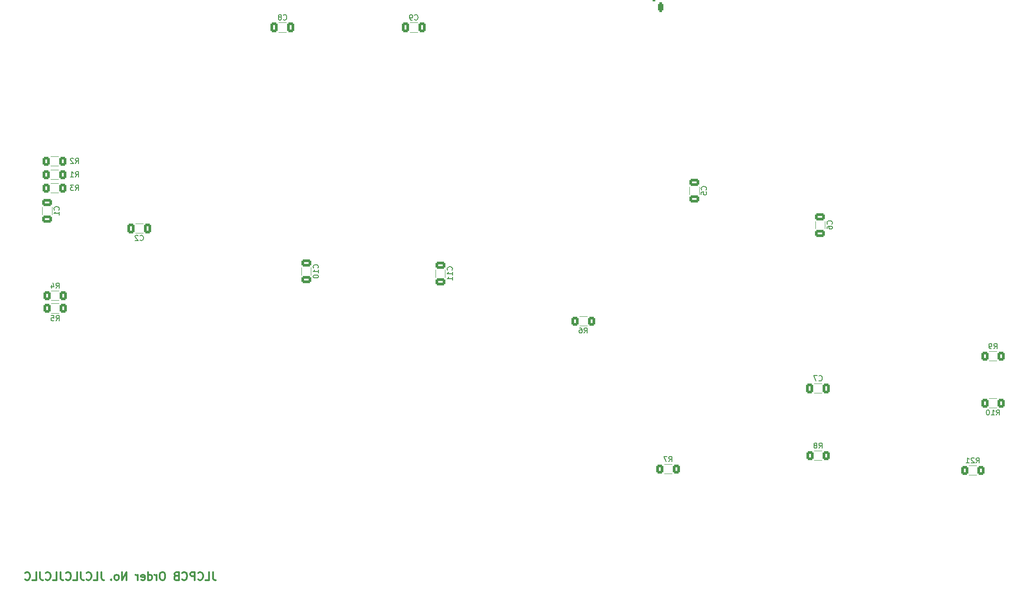
<source format=gbo>
%TF.GenerationSoftware,KiCad,Pcbnew,6.0.1+dfsg-1~bpo11+1*%
%TF.CreationDate,2022-02-25T05:17:48-06:00*%
%TF.ProjectId,raven68k-rev1,72617665-6e36-4386-9b2d-726576312e6b,rev?*%
%TF.SameCoordinates,Original*%
%TF.FileFunction,Legend,Bot*%
%TF.FilePolarity,Positive*%
%FSLAX46Y46*%
G04 Gerber Fmt 4.6, Leading zero omitted, Abs format (unit mm)*
G04 Created by KiCad (PCBNEW 6.0.1+dfsg-1~bpo11+1) date 2022-02-25 05:17:48*
%MOMM*%
%LPD*%
G01*
G04 APERTURE LIST*
G04 Aperture macros list*
%AMRoundRect*
0 Rectangle with rounded corners*
0 $1 Rounding radius*
0 $2 $3 $4 $5 $6 $7 $8 $9 X,Y pos of 4 corners*
0 Add a 4 corners polygon primitive as box body*
4,1,4,$2,$3,$4,$5,$6,$7,$8,$9,$2,$3,0*
0 Add four circle primitives for the rounded corners*
1,1,$1+$1,$2,$3*
1,1,$1+$1,$4,$5*
1,1,$1+$1,$6,$7*
1,1,$1+$1,$8,$9*
0 Add four rect primitives between the rounded corners*
20,1,$1+$1,$2,$3,$4,$5,0*
20,1,$1+$1,$4,$5,$6,$7,0*
20,1,$1+$1,$6,$7,$8,$9,0*
20,1,$1+$1,$8,$9,$2,$3,0*%
G04 Aperture macros list end*
%ADD10C,0.300000*%
%ADD11C,0.150000*%
%ADD12C,0.120000*%
%ADD13R,1.700000X1.700000*%
%ADD14O,1.700000X1.700000*%
%ADD15R,2.400000X1.600000*%
%ADD16O,2.400000X1.600000*%
%ADD17R,2.500000X2.500000*%
%ADD18C,2.500000*%
%ADD19R,1.500000X1.500000*%
%ADD20C,1.500000*%
%ADD21R,1.800000X1.800000*%
%ADD22C,1.800000*%
%ADD23C,4.000000*%
%ADD24C,5.340000*%
%ADD25C,4.575000*%
%ADD26R,1.100000X1.800000*%
%ADD27RoundRect,0.275000X-0.275000X-0.625000X0.275000X-0.625000X0.275000X0.625000X-0.275000X0.625000X0*%
%ADD28RoundRect,0.250000X0.650000X-0.412500X0.650000X0.412500X-0.650000X0.412500X-0.650000X-0.412500X0*%
%ADD29RoundRect,0.250000X-0.412500X-0.650000X0.412500X-0.650000X0.412500X0.650000X-0.412500X0.650000X0*%
%ADD30RoundRect,0.250000X0.412500X0.650000X-0.412500X0.650000X-0.412500X-0.650000X0.412500X-0.650000X0*%
%ADD31RoundRect,0.250000X0.400000X0.625000X-0.400000X0.625000X-0.400000X-0.625000X0.400000X-0.625000X0*%
%ADD32RoundRect,0.250000X-0.400000X-0.625000X0.400000X-0.625000X0.400000X0.625000X-0.400000X0.625000X0*%
G04 APERTURE END LIST*
D10*
X80576285Y-149038571D02*
X80576285Y-150110000D01*
X80647714Y-150324285D01*
X80790571Y-150467142D01*
X81004857Y-150538571D01*
X81147714Y-150538571D01*
X79147714Y-150538571D02*
X79862000Y-150538571D01*
X79862000Y-149038571D01*
X77790571Y-150395714D02*
X77862000Y-150467142D01*
X78076285Y-150538571D01*
X78219142Y-150538571D01*
X78433428Y-150467142D01*
X78576285Y-150324285D01*
X78647714Y-150181428D01*
X78719142Y-149895714D01*
X78719142Y-149681428D01*
X78647714Y-149395714D01*
X78576285Y-149252857D01*
X78433428Y-149110000D01*
X78219142Y-149038571D01*
X78076285Y-149038571D01*
X77862000Y-149110000D01*
X77790571Y-149181428D01*
X77147714Y-150538571D02*
X77147714Y-149038571D01*
X76576285Y-149038571D01*
X76433428Y-149110000D01*
X76362000Y-149181428D01*
X76290571Y-149324285D01*
X76290571Y-149538571D01*
X76362000Y-149681428D01*
X76433428Y-149752857D01*
X76576285Y-149824285D01*
X77147714Y-149824285D01*
X74790571Y-150395714D02*
X74862000Y-150467142D01*
X75076285Y-150538571D01*
X75219142Y-150538571D01*
X75433428Y-150467142D01*
X75576285Y-150324285D01*
X75647714Y-150181428D01*
X75719142Y-149895714D01*
X75719142Y-149681428D01*
X75647714Y-149395714D01*
X75576285Y-149252857D01*
X75433428Y-149110000D01*
X75219142Y-149038571D01*
X75076285Y-149038571D01*
X74862000Y-149110000D01*
X74790571Y-149181428D01*
X73647714Y-149752857D02*
X73433428Y-149824285D01*
X73362000Y-149895714D01*
X73290571Y-150038571D01*
X73290571Y-150252857D01*
X73362000Y-150395714D01*
X73433428Y-150467142D01*
X73576285Y-150538571D01*
X74147714Y-150538571D01*
X74147714Y-149038571D01*
X73647714Y-149038571D01*
X73504857Y-149110000D01*
X73433428Y-149181428D01*
X73362000Y-149324285D01*
X73362000Y-149467142D01*
X73433428Y-149610000D01*
X73504857Y-149681428D01*
X73647714Y-149752857D01*
X74147714Y-149752857D01*
X71219142Y-149038571D02*
X70933428Y-149038571D01*
X70790571Y-149110000D01*
X70647714Y-149252857D01*
X70576285Y-149538571D01*
X70576285Y-150038571D01*
X70647714Y-150324285D01*
X70790571Y-150467142D01*
X70933428Y-150538571D01*
X71219142Y-150538571D01*
X71362000Y-150467142D01*
X71504857Y-150324285D01*
X71576285Y-150038571D01*
X71576285Y-149538571D01*
X71504857Y-149252857D01*
X71362000Y-149110000D01*
X71219142Y-149038571D01*
X69933428Y-150538571D02*
X69933428Y-149538571D01*
X69933428Y-149824285D02*
X69862000Y-149681428D01*
X69790571Y-149610000D01*
X69647714Y-149538571D01*
X69504857Y-149538571D01*
X68362000Y-150538571D02*
X68362000Y-149038571D01*
X68362000Y-150467142D02*
X68504857Y-150538571D01*
X68790571Y-150538571D01*
X68933428Y-150467142D01*
X69004857Y-150395714D01*
X69076285Y-150252857D01*
X69076285Y-149824285D01*
X69004857Y-149681428D01*
X68933428Y-149610000D01*
X68790571Y-149538571D01*
X68504857Y-149538571D01*
X68362000Y-149610000D01*
X67076285Y-150467142D02*
X67219142Y-150538571D01*
X67504857Y-150538571D01*
X67647714Y-150467142D01*
X67719142Y-150324285D01*
X67719142Y-149752857D01*
X67647714Y-149610000D01*
X67504857Y-149538571D01*
X67219142Y-149538571D01*
X67076285Y-149610000D01*
X67004857Y-149752857D01*
X67004857Y-149895714D01*
X67719142Y-150038571D01*
X66362000Y-150538571D02*
X66362000Y-149538571D01*
X66362000Y-149824285D02*
X66290571Y-149681428D01*
X66219142Y-149610000D01*
X66076285Y-149538571D01*
X65933428Y-149538571D01*
X64290571Y-150538571D02*
X64290571Y-149038571D01*
X63433428Y-150538571D01*
X63433428Y-149038571D01*
X62504857Y-150538571D02*
X62647714Y-150467142D01*
X62719142Y-150395714D01*
X62790571Y-150252857D01*
X62790571Y-149824285D01*
X62719142Y-149681428D01*
X62647714Y-149610000D01*
X62504857Y-149538571D01*
X62290571Y-149538571D01*
X62147714Y-149610000D01*
X62076285Y-149681428D01*
X62004857Y-149824285D01*
X62004857Y-150252857D01*
X62076285Y-150395714D01*
X62147714Y-150467142D01*
X62290571Y-150538571D01*
X62504857Y-150538571D01*
X61362000Y-150395714D02*
X61290571Y-150467142D01*
X61362000Y-150538571D01*
X61433428Y-150467142D01*
X61362000Y-150395714D01*
X61362000Y-150538571D01*
X59506571Y-149038571D02*
X59506571Y-150110000D01*
X59578000Y-150324285D01*
X59720857Y-150467142D01*
X59935142Y-150538571D01*
X60078000Y-150538571D01*
X58078000Y-150538571D02*
X58792285Y-150538571D01*
X58792285Y-149038571D01*
X56720857Y-150395714D02*
X56792285Y-150467142D01*
X57006571Y-150538571D01*
X57149428Y-150538571D01*
X57363714Y-150467142D01*
X57506571Y-150324285D01*
X57578000Y-150181428D01*
X57649428Y-149895714D01*
X57649428Y-149681428D01*
X57578000Y-149395714D01*
X57506571Y-149252857D01*
X57363714Y-149110000D01*
X57149428Y-149038571D01*
X57006571Y-149038571D01*
X56792285Y-149110000D01*
X56720857Y-149181428D01*
X55649428Y-149038571D02*
X55649428Y-150110000D01*
X55720857Y-150324285D01*
X55863714Y-150467142D01*
X56078000Y-150538571D01*
X56220857Y-150538571D01*
X54220857Y-150538571D02*
X54935142Y-150538571D01*
X54935142Y-149038571D01*
X52863714Y-150395714D02*
X52935142Y-150467142D01*
X53149428Y-150538571D01*
X53292285Y-150538571D01*
X53506571Y-150467142D01*
X53649428Y-150324285D01*
X53720857Y-150181428D01*
X53792285Y-149895714D01*
X53792285Y-149681428D01*
X53720857Y-149395714D01*
X53649428Y-149252857D01*
X53506571Y-149110000D01*
X53292285Y-149038571D01*
X53149428Y-149038571D01*
X52935142Y-149110000D01*
X52863714Y-149181428D01*
X51792285Y-149038571D02*
X51792285Y-150110000D01*
X51863714Y-150324285D01*
X52006571Y-150467142D01*
X52220857Y-150538571D01*
X52363714Y-150538571D01*
X50363714Y-150538571D02*
X51077999Y-150538571D01*
X51077999Y-149038571D01*
X49006571Y-150395714D02*
X49077999Y-150467142D01*
X49292285Y-150538571D01*
X49435142Y-150538571D01*
X49649428Y-150467142D01*
X49792285Y-150324285D01*
X49863714Y-150181428D01*
X49935142Y-149895714D01*
X49935142Y-149681428D01*
X49863714Y-149395714D01*
X49792285Y-149252857D01*
X49649428Y-149110000D01*
X49435142Y-149038571D01*
X49292285Y-149038571D01*
X49077999Y-149110000D01*
X49006571Y-149181428D01*
X47935142Y-149038571D02*
X47935142Y-150110000D01*
X48006571Y-150324285D01*
X48149428Y-150467142D01*
X48363714Y-150538571D01*
X48506571Y-150538571D01*
X46506571Y-150538571D02*
X47220857Y-150538571D01*
X47220857Y-149038571D01*
X45149428Y-150395714D02*
X45220857Y-150467142D01*
X45435142Y-150538571D01*
X45577999Y-150538571D01*
X45792285Y-150467142D01*
X45935142Y-150324285D01*
X46006571Y-150181428D01*
X46077999Y-149895714D01*
X46077999Y-149681428D01*
X46006571Y-149395714D01*
X45935142Y-149252857D01*
X45792285Y-149110000D01*
X45577999Y-149038571D01*
X45435142Y-149038571D01*
X45220857Y-149110000D01*
X45149428Y-149181428D01*
D11*
%TO.C,C1*%
X51483142Y-80605333D02*
X51530761Y-80557714D01*
X51578380Y-80414857D01*
X51578380Y-80319619D01*
X51530761Y-80176761D01*
X51435523Y-80081523D01*
X51340285Y-80033904D01*
X51149809Y-79986285D01*
X51006952Y-79986285D01*
X50816476Y-80033904D01*
X50721238Y-80081523D01*
X50626000Y-80176761D01*
X50578380Y-80319619D01*
X50578380Y-80414857D01*
X50626000Y-80557714D01*
X50673619Y-80605333D01*
X51578380Y-81557714D02*
X51578380Y-80986285D01*
X51578380Y-81272000D02*
X50578380Y-81272000D01*
X50721238Y-81176761D01*
X50816476Y-81081523D01*
X50864095Y-80986285D01*
%TO.C,C2*%
X66841666Y-86281142D02*
X66889285Y-86328761D01*
X67032142Y-86376380D01*
X67127380Y-86376380D01*
X67270238Y-86328761D01*
X67365476Y-86233523D01*
X67413095Y-86138285D01*
X67460714Y-85947809D01*
X67460714Y-85804952D01*
X67413095Y-85614476D01*
X67365476Y-85519238D01*
X67270238Y-85424000D01*
X67127380Y-85376380D01*
X67032142Y-85376380D01*
X66889285Y-85424000D01*
X66841666Y-85471619D01*
X66460714Y-85471619D02*
X66413095Y-85424000D01*
X66317857Y-85376380D01*
X66079761Y-85376380D01*
X65984523Y-85424000D01*
X65936904Y-85471619D01*
X65889285Y-85566857D01*
X65889285Y-85662095D01*
X65936904Y-85804952D01*
X66508333Y-86376380D01*
X65889285Y-86376380D01*
%TO.C,C5*%
X173657142Y-76795333D02*
X173704761Y-76747714D01*
X173752380Y-76604857D01*
X173752380Y-76509619D01*
X173704761Y-76366761D01*
X173609523Y-76271523D01*
X173514285Y-76223904D01*
X173323809Y-76176285D01*
X173180952Y-76176285D01*
X172990476Y-76223904D01*
X172895238Y-76271523D01*
X172800000Y-76366761D01*
X172752380Y-76509619D01*
X172752380Y-76604857D01*
X172800000Y-76747714D01*
X172847619Y-76795333D01*
X172752380Y-77700095D02*
X172752380Y-77223904D01*
X173228571Y-77176285D01*
X173180952Y-77223904D01*
X173133333Y-77319142D01*
X173133333Y-77557238D01*
X173180952Y-77652476D01*
X173228571Y-77700095D01*
X173323809Y-77747714D01*
X173561904Y-77747714D01*
X173657142Y-77700095D01*
X173704761Y-77652476D01*
X173752380Y-77557238D01*
X173752380Y-77319142D01*
X173704761Y-77223904D01*
X173657142Y-77176285D01*
%TO.C,C6*%
X197406142Y-83272333D02*
X197453761Y-83224714D01*
X197501380Y-83081857D01*
X197501380Y-82986619D01*
X197453761Y-82843761D01*
X197358523Y-82748523D01*
X197263285Y-82700904D01*
X197072809Y-82653285D01*
X196929952Y-82653285D01*
X196739476Y-82700904D01*
X196644238Y-82748523D01*
X196549000Y-82843761D01*
X196501380Y-82986619D01*
X196501380Y-83081857D01*
X196549000Y-83224714D01*
X196596619Y-83272333D01*
X196501380Y-84129476D02*
X196501380Y-83939000D01*
X196549000Y-83843761D01*
X196596619Y-83796142D01*
X196739476Y-83700904D01*
X196929952Y-83653285D01*
X197310904Y-83653285D01*
X197406142Y-83700904D01*
X197453761Y-83748523D01*
X197501380Y-83843761D01*
X197501380Y-84034238D01*
X197453761Y-84129476D01*
X197406142Y-84177095D01*
X197310904Y-84224714D01*
X197072809Y-84224714D01*
X196977571Y-84177095D01*
X196929952Y-84129476D01*
X196882333Y-84034238D01*
X196882333Y-83843761D01*
X196929952Y-83748523D01*
X196977571Y-83700904D01*
X197072809Y-83653285D01*
%TO.C,C7*%
X194984666Y-112807142D02*
X195032285Y-112854761D01*
X195175142Y-112902380D01*
X195270380Y-112902380D01*
X195413238Y-112854761D01*
X195508476Y-112759523D01*
X195556095Y-112664285D01*
X195603714Y-112473809D01*
X195603714Y-112330952D01*
X195556095Y-112140476D01*
X195508476Y-112045238D01*
X195413238Y-111950000D01*
X195270380Y-111902380D01*
X195175142Y-111902380D01*
X195032285Y-111950000D01*
X194984666Y-111997619D01*
X194651333Y-111902380D02*
X193984666Y-111902380D01*
X194413238Y-112902380D01*
%TO.C,C8*%
X93892666Y-44608142D02*
X93940285Y-44655761D01*
X94083142Y-44703380D01*
X94178380Y-44703380D01*
X94321238Y-44655761D01*
X94416476Y-44560523D01*
X94464095Y-44465285D01*
X94511714Y-44274809D01*
X94511714Y-44131952D01*
X94464095Y-43941476D01*
X94416476Y-43846238D01*
X94321238Y-43751000D01*
X94178380Y-43703380D01*
X94083142Y-43703380D01*
X93940285Y-43751000D01*
X93892666Y-43798619D01*
X93321238Y-44131952D02*
X93416476Y-44084333D01*
X93464095Y-44036714D01*
X93511714Y-43941476D01*
X93511714Y-43893857D01*
X93464095Y-43798619D01*
X93416476Y-43751000D01*
X93321238Y-43703380D01*
X93130761Y-43703380D01*
X93035523Y-43751000D01*
X92987904Y-43798619D01*
X92940285Y-43893857D01*
X92940285Y-43941476D01*
X92987904Y-44036714D01*
X93035523Y-44084333D01*
X93130761Y-44131952D01*
X93321238Y-44131952D01*
X93416476Y-44179571D01*
X93464095Y-44227190D01*
X93511714Y-44322428D01*
X93511714Y-44512904D01*
X93464095Y-44608142D01*
X93416476Y-44655761D01*
X93321238Y-44703380D01*
X93130761Y-44703380D01*
X93035523Y-44655761D01*
X92987904Y-44608142D01*
X92940285Y-44512904D01*
X92940285Y-44322428D01*
X92987904Y-44227190D01*
X93035523Y-44179571D01*
X93130761Y-44131952D01*
%TO.C,C9*%
X118657666Y-44608142D02*
X118705285Y-44655761D01*
X118848142Y-44703380D01*
X118943380Y-44703380D01*
X119086238Y-44655761D01*
X119181476Y-44560523D01*
X119229095Y-44465285D01*
X119276714Y-44274809D01*
X119276714Y-44131952D01*
X119229095Y-43941476D01*
X119181476Y-43846238D01*
X119086238Y-43751000D01*
X118943380Y-43703380D01*
X118848142Y-43703380D01*
X118705285Y-43751000D01*
X118657666Y-43798619D01*
X118181476Y-44703380D02*
X117991000Y-44703380D01*
X117895761Y-44655761D01*
X117848142Y-44608142D01*
X117752904Y-44465285D01*
X117705285Y-44274809D01*
X117705285Y-43893857D01*
X117752904Y-43798619D01*
X117800523Y-43751000D01*
X117895761Y-43703380D01*
X118086238Y-43703380D01*
X118181476Y-43751000D01*
X118229095Y-43798619D01*
X118276714Y-43893857D01*
X118276714Y-44131952D01*
X118229095Y-44227190D01*
X118181476Y-44274809D01*
X118086238Y-44322428D01*
X117895761Y-44322428D01*
X117800523Y-44274809D01*
X117752904Y-44227190D01*
X117705285Y-44131952D01*
%TO.C,C11*%
X125707142Y-91957142D02*
X125754761Y-91909523D01*
X125802380Y-91766666D01*
X125802380Y-91671428D01*
X125754761Y-91528571D01*
X125659523Y-91433333D01*
X125564285Y-91385714D01*
X125373809Y-91338095D01*
X125230952Y-91338095D01*
X125040476Y-91385714D01*
X124945238Y-91433333D01*
X124850000Y-91528571D01*
X124802380Y-91671428D01*
X124802380Y-91766666D01*
X124850000Y-91909523D01*
X124897619Y-91957142D01*
X125802380Y-92909523D02*
X125802380Y-92338095D01*
X125802380Y-92623809D02*
X124802380Y-92623809D01*
X124945238Y-92528571D01*
X125040476Y-92433333D01*
X125088095Y-92338095D01*
X125802380Y-93861904D02*
X125802380Y-93290476D01*
X125802380Y-93576190D02*
X124802380Y-93576190D01*
X124945238Y-93480952D01*
X125040476Y-93385714D01*
X125088095Y-93290476D01*
%TO.C,C10*%
X100407142Y-91557142D02*
X100454761Y-91509523D01*
X100502380Y-91366666D01*
X100502380Y-91271428D01*
X100454761Y-91128571D01*
X100359523Y-91033333D01*
X100264285Y-90985714D01*
X100073809Y-90938095D01*
X99930952Y-90938095D01*
X99740476Y-90985714D01*
X99645238Y-91033333D01*
X99550000Y-91128571D01*
X99502380Y-91271428D01*
X99502380Y-91366666D01*
X99550000Y-91509523D01*
X99597619Y-91557142D01*
X100502380Y-92509523D02*
X100502380Y-91938095D01*
X100502380Y-92223809D02*
X99502380Y-92223809D01*
X99645238Y-92128571D01*
X99740476Y-92033333D01*
X99788095Y-91938095D01*
X99502380Y-93128571D02*
X99502380Y-93223809D01*
X99550000Y-93319047D01*
X99597619Y-93366666D01*
X99692857Y-93414285D01*
X99883333Y-93461904D01*
X100121428Y-93461904D01*
X100311904Y-93414285D01*
X100407142Y-93366666D01*
X100454761Y-93319047D01*
X100502380Y-93223809D01*
X100502380Y-93128571D01*
X100454761Y-93033333D01*
X100407142Y-92985714D01*
X100311904Y-92938095D01*
X100121428Y-92890476D01*
X99883333Y-92890476D01*
X99692857Y-92938095D01*
X99597619Y-92985714D01*
X99550000Y-93033333D01*
X99502380Y-93128571D01*
%TO.C,R21*%
X224670857Y-128426380D02*
X225004190Y-127950190D01*
X225242285Y-128426380D02*
X225242285Y-127426380D01*
X224861333Y-127426380D01*
X224766095Y-127474000D01*
X224718476Y-127521619D01*
X224670857Y-127616857D01*
X224670857Y-127759714D01*
X224718476Y-127854952D01*
X224766095Y-127902571D01*
X224861333Y-127950190D01*
X225242285Y-127950190D01*
X224289904Y-127521619D02*
X224242285Y-127474000D01*
X224147047Y-127426380D01*
X223908952Y-127426380D01*
X223813714Y-127474000D01*
X223766095Y-127521619D01*
X223718476Y-127616857D01*
X223718476Y-127712095D01*
X223766095Y-127854952D01*
X224337523Y-128426380D01*
X223718476Y-128426380D01*
X222766095Y-128426380D02*
X223337523Y-128426380D01*
X223051809Y-128426380D02*
X223051809Y-127426380D01*
X223147047Y-127569238D01*
X223242285Y-127664476D01*
X223337523Y-127712095D01*
%TO.C,R4*%
X50966666Y-95406380D02*
X51300000Y-94930190D01*
X51538095Y-95406380D02*
X51538095Y-94406380D01*
X51157142Y-94406380D01*
X51061904Y-94454000D01*
X51014285Y-94501619D01*
X50966666Y-94596857D01*
X50966666Y-94739714D01*
X51014285Y-94834952D01*
X51061904Y-94882571D01*
X51157142Y-94930190D01*
X51538095Y-94930190D01*
X50109523Y-94739714D02*
X50109523Y-95406380D01*
X50347619Y-94358761D02*
X50585714Y-95073047D01*
X49966666Y-95073047D01*
%TO.C,R2*%
X54649666Y-71826380D02*
X54983000Y-71350190D01*
X55221095Y-71826380D02*
X55221095Y-70826380D01*
X54840142Y-70826380D01*
X54744904Y-70874000D01*
X54697285Y-70921619D01*
X54649666Y-71016857D01*
X54649666Y-71159714D01*
X54697285Y-71254952D01*
X54744904Y-71302571D01*
X54840142Y-71350190D01*
X55221095Y-71350190D01*
X54268714Y-70921619D02*
X54221095Y-70874000D01*
X54125857Y-70826380D01*
X53887761Y-70826380D01*
X53792523Y-70874000D01*
X53744904Y-70921619D01*
X53697285Y-71016857D01*
X53697285Y-71112095D01*
X53744904Y-71254952D01*
X54316333Y-71826380D01*
X53697285Y-71826380D01*
%TO.C,R1*%
X54649666Y-74366380D02*
X54983000Y-73890190D01*
X55221095Y-74366380D02*
X55221095Y-73366380D01*
X54840142Y-73366380D01*
X54744904Y-73414000D01*
X54697285Y-73461619D01*
X54649666Y-73556857D01*
X54649666Y-73699714D01*
X54697285Y-73794952D01*
X54744904Y-73842571D01*
X54840142Y-73890190D01*
X55221095Y-73890190D01*
X53697285Y-74366380D02*
X54268714Y-74366380D01*
X53983000Y-74366380D02*
X53983000Y-73366380D01*
X54078238Y-73509238D01*
X54173476Y-73604476D01*
X54268714Y-73652095D01*
%TO.C,R6*%
X150661666Y-103872380D02*
X150995000Y-103396190D01*
X151233095Y-103872380D02*
X151233095Y-102872380D01*
X150852142Y-102872380D01*
X150756904Y-102920000D01*
X150709285Y-102967619D01*
X150661666Y-103062857D01*
X150661666Y-103205714D01*
X150709285Y-103300952D01*
X150756904Y-103348571D01*
X150852142Y-103396190D01*
X151233095Y-103396190D01*
X149804523Y-102872380D02*
X149995000Y-102872380D01*
X150090238Y-102920000D01*
X150137857Y-102967619D01*
X150233095Y-103110476D01*
X150280714Y-103300952D01*
X150280714Y-103681904D01*
X150233095Y-103777142D01*
X150185476Y-103824761D01*
X150090238Y-103872380D01*
X149899761Y-103872380D01*
X149804523Y-103824761D01*
X149756904Y-103777142D01*
X149709285Y-103681904D01*
X149709285Y-103443809D01*
X149756904Y-103348571D01*
X149804523Y-103300952D01*
X149899761Y-103253333D01*
X150090238Y-103253333D01*
X150185476Y-103300952D01*
X150233095Y-103348571D01*
X150280714Y-103443809D01*
%TO.C,R8*%
X194984666Y-125632380D02*
X195318000Y-125156190D01*
X195556095Y-125632380D02*
X195556095Y-124632380D01*
X195175142Y-124632380D01*
X195079904Y-124680000D01*
X195032285Y-124727619D01*
X194984666Y-124822857D01*
X194984666Y-124965714D01*
X195032285Y-125060952D01*
X195079904Y-125108571D01*
X195175142Y-125156190D01*
X195556095Y-125156190D01*
X194413238Y-125060952D02*
X194508476Y-125013333D01*
X194556095Y-124965714D01*
X194603714Y-124870476D01*
X194603714Y-124822857D01*
X194556095Y-124727619D01*
X194508476Y-124680000D01*
X194413238Y-124632380D01*
X194222761Y-124632380D01*
X194127523Y-124680000D01*
X194079904Y-124727619D01*
X194032285Y-124822857D01*
X194032285Y-124870476D01*
X194079904Y-124965714D01*
X194127523Y-125013333D01*
X194222761Y-125060952D01*
X194413238Y-125060952D01*
X194508476Y-125108571D01*
X194556095Y-125156190D01*
X194603714Y-125251428D01*
X194603714Y-125441904D01*
X194556095Y-125537142D01*
X194508476Y-125584761D01*
X194413238Y-125632380D01*
X194222761Y-125632380D01*
X194127523Y-125584761D01*
X194079904Y-125537142D01*
X194032285Y-125441904D01*
X194032285Y-125251428D01*
X194079904Y-125156190D01*
X194127523Y-125108571D01*
X194222761Y-125060952D01*
%TO.C,R7*%
X166663666Y-128172380D02*
X166997000Y-127696190D01*
X167235095Y-128172380D02*
X167235095Y-127172380D01*
X166854142Y-127172380D01*
X166758904Y-127220000D01*
X166711285Y-127267619D01*
X166663666Y-127362857D01*
X166663666Y-127505714D01*
X166711285Y-127600952D01*
X166758904Y-127648571D01*
X166854142Y-127696190D01*
X167235095Y-127696190D01*
X166330333Y-127172380D02*
X165663666Y-127172380D01*
X166092238Y-128172380D01*
%TO.C,R10*%
X228480857Y-119366380D02*
X228814190Y-118890190D01*
X229052285Y-119366380D02*
X229052285Y-118366380D01*
X228671333Y-118366380D01*
X228576095Y-118414000D01*
X228528476Y-118461619D01*
X228480857Y-118556857D01*
X228480857Y-118699714D01*
X228528476Y-118794952D01*
X228576095Y-118842571D01*
X228671333Y-118890190D01*
X229052285Y-118890190D01*
X227528476Y-119366380D02*
X228099904Y-119366380D01*
X227814190Y-119366380D02*
X227814190Y-118366380D01*
X227909428Y-118509238D01*
X228004666Y-118604476D01*
X228099904Y-118652095D01*
X226909428Y-118366380D02*
X226814190Y-118366380D01*
X226718952Y-118414000D01*
X226671333Y-118461619D01*
X226623714Y-118556857D01*
X226576095Y-118747333D01*
X226576095Y-118985428D01*
X226623714Y-119175904D01*
X226671333Y-119271142D01*
X226718952Y-119318761D01*
X226814190Y-119366380D01*
X226909428Y-119366380D01*
X227004666Y-119318761D01*
X227052285Y-119271142D01*
X227099904Y-119175904D01*
X227147523Y-118985428D01*
X227147523Y-118747333D01*
X227099904Y-118556857D01*
X227052285Y-118461619D01*
X227004666Y-118414000D01*
X226909428Y-118366380D01*
%TO.C,R3*%
X54649666Y-76906380D02*
X54983000Y-76430190D01*
X55221095Y-76906380D02*
X55221095Y-75906380D01*
X54840142Y-75906380D01*
X54744904Y-75954000D01*
X54697285Y-76001619D01*
X54649666Y-76096857D01*
X54649666Y-76239714D01*
X54697285Y-76334952D01*
X54744904Y-76382571D01*
X54840142Y-76430190D01*
X55221095Y-76430190D01*
X54316333Y-75906380D02*
X53697285Y-75906380D01*
X54030619Y-76287333D01*
X53887761Y-76287333D01*
X53792523Y-76334952D01*
X53744904Y-76382571D01*
X53697285Y-76477809D01*
X53697285Y-76715904D01*
X53744904Y-76811142D01*
X53792523Y-76858761D01*
X53887761Y-76906380D01*
X54173476Y-76906380D01*
X54268714Y-76858761D01*
X54316333Y-76811142D01*
%TO.C,R5*%
X50966666Y-101544380D02*
X51300000Y-101068190D01*
X51538095Y-101544380D02*
X51538095Y-100544380D01*
X51157142Y-100544380D01*
X51061904Y-100592000D01*
X51014285Y-100639619D01*
X50966666Y-100734857D01*
X50966666Y-100877714D01*
X51014285Y-100972952D01*
X51061904Y-101020571D01*
X51157142Y-101068190D01*
X51538095Y-101068190D01*
X50061904Y-100544380D02*
X50538095Y-100544380D01*
X50585714Y-101020571D01*
X50538095Y-100972952D01*
X50442857Y-100925333D01*
X50204761Y-100925333D01*
X50109523Y-100972952D01*
X50061904Y-101020571D01*
X50014285Y-101115809D01*
X50014285Y-101353904D01*
X50061904Y-101449142D01*
X50109523Y-101496761D01*
X50204761Y-101544380D01*
X50442857Y-101544380D01*
X50538095Y-101496761D01*
X50585714Y-101449142D01*
%TO.C,R9*%
X228004666Y-106836380D02*
X228338000Y-106360190D01*
X228576095Y-106836380D02*
X228576095Y-105836380D01*
X228195142Y-105836380D01*
X228099904Y-105884000D01*
X228052285Y-105931619D01*
X228004666Y-106026857D01*
X228004666Y-106169714D01*
X228052285Y-106264952D01*
X228099904Y-106312571D01*
X228195142Y-106360190D01*
X228576095Y-106360190D01*
X227528476Y-106836380D02*
X227338000Y-106836380D01*
X227242761Y-106788761D01*
X227195142Y-106741142D01*
X227099904Y-106598285D01*
X227052285Y-106407809D01*
X227052285Y-106026857D01*
X227099904Y-105931619D01*
X227147523Y-105884000D01*
X227242761Y-105836380D01*
X227433238Y-105836380D01*
X227528476Y-105884000D01*
X227576095Y-105931619D01*
X227623714Y-106026857D01*
X227623714Y-106264952D01*
X227576095Y-106360190D01*
X227528476Y-106407809D01*
X227433238Y-106455428D01*
X227242761Y-106455428D01*
X227147523Y-106407809D01*
X227099904Y-106360190D01*
X227052285Y-106264952D01*
D12*
%TO.C,C1*%
X50186000Y-81483252D02*
X50186000Y-80060748D01*
X48366000Y-81483252D02*
X48366000Y-80060748D01*
%TO.C,C2*%
X65963748Y-83164000D02*
X67386252Y-83164000D01*
X65963748Y-84984000D02*
X67386252Y-84984000D01*
%TO.C,C5*%
X172360000Y-77673252D02*
X172360000Y-76250748D01*
X170540000Y-77673252D02*
X170540000Y-76250748D01*
%TO.C,C6*%
X196109000Y-84150252D02*
X196109000Y-82727748D01*
X194289000Y-84150252D02*
X194289000Y-82727748D01*
%TO.C,C7*%
X195529252Y-113390000D02*
X194106748Y-113390000D01*
X195529252Y-115210000D02*
X194106748Y-115210000D01*
%TO.C,C8*%
X94437252Y-45191000D02*
X93014748Y-45191000D01*
X94437252Y-47011000D02*
X93014748Y-47011000D01*
%TO.C,C9*%
X119202252Y-45191000D02*
X117779748Y-45191000D01*
X119202252Y-47011000D02*
X117779748Y-47011000D01*
%TO.C,C11*%
X122590000Y-93311252D02*
X122590000Y-91888748D01*
X124410000Y-93311252D02*
X124410000Y-91888748D01*
%TO.C,C10*%
X99110000Y-92911252D02*
X99110000Y-91488748D01*
X97290000Y-92911252D02*
X97290000Y-91488748D01*
%TO.C,R21*%
X224755064Y-128884000D02*
X223300936Y-128884000D01*
X224755064Y-130704000D02*
X223300936Y-130704000D01*
%TO.C,R4*%
X51527064Y-95864000D02*
X50072936Y-95864000D01*
X51527064Y-97684000D02*
X50072936Y-97684000D01*
%TO.C,R2*%
X51400064Y-70464000D02*
X49945936Y-70464000D01*
X51400064Y-72284000D02*
X49945936Y-72284000D01*
%TO.C,R1*%
X51400064Y-73004000D02*
X49945936Y-73004000D01*
X51400064Y-74824000D02*
X49945936Y-74824000D01*
%TO.C,R6*%
X149767936Y-102510000D02*
X151222064Y-102510000D01*
X149767936Y-100690000D02*
X151222064Y-100690000D01*
%TO.C,R8*%
X195545064Y-126090000D02*
X194090936Y-126090000D01*
X195545064Y-127910000D02*
X194090936Y-127910000D01*
%TO.C,R7*%
X167224064Y-128630000D02*
X165769936Y-128630000D01*
X167224064Y-130450000D02*
X165769936Y-130450000D01*
%TO.C,R10*%
X227110936Y-118004000D02*
X228565064Y-118004000D01*
X227110936Y-116184000D02*
X228565064Y-116184000D01*
%TO.C,R3*%
X51400064Y-75544000D02*
X49945936Y-75544000D01*
X51400064Y-77364000D02*
X49945936Y-77364000D01*
%TO.C,R5*%
X51527064Y-100097000D02*
X50072936Y-100097000D01*
X51527064Y-98277000D02*
X50072936Y-98277000D01*
%TO.C,R9*%
X228565064Y-107294000D02*
X227110936Y-107294000D01*
X228565064Y-109114000D02*
X227110936Y-109114000D01*
%TD*%
%LPC*%
D13*
%TO.C,J1*%
X136271000Y-45148500D03*
D14*
X138811000Y-45148500D03*
X141351000Y-45148500D03*
X143891000Y-45148500D03*
X146431000Y-45148500D03*
X148971000Y-45148500D03*
%TD*%
D15*
%TO.C,U4*%
X146050000Y-81285000D03*
D16*
X146050000Y-83825000D03*
X146050000Y-86365000D03*
X146050000Y-88905000D03*
X146050000Y-91445000D03*
X146050000Y-93985000D03*
X146050000Y-96525000D03*
X146050000Y-99065000D03*
X146050000Y-101605000D03*
X146050000Y-104145000D03*
X146050000Y-106685000D03*
X146050000Y-109225000D03*
X146050000Y-111765000D03*
X146050000Y-114305000D03*
X146050000Y-116845000D03*
X146050000Y-119385000D03*
X146050000Y-121925000D03*
X146050000Y-124465000D03*
X146050000Y-127005000D03*
X146050000Y-129545000D03*
X171450000Y-129545000D03*
X171450000Y-127005000D03*
X171450000Y-124465000D03*
X171450000Y-121925000D03*
X171450000Y-119385000D03*
X171450000Y-116845000D03*
X171450000Y-114305000D03*
X171450000Y-111765000D03*
X171450000Y-109225000D03*
X171450000Y-106685000D03*
X171450000Y-104145000D03*
X171450000Y-101605000D03*
X171450000Y-99065000D03*
X171450000Y-96525000D03*
X171450000Y-93985000D03*
X171450000Y-91445000D03*
X171450000Y-88905000D03*
X171450000Y-86365000D03*
X171450000Y-83825000D03*
X171450000Y-81285000D03*
%TD*%
D15*
%TO.C,U2*%
X45974000Y-45969000D03*
D16*
X45974000Y-48509000D03*
X45974000Y-51049000D03*
X45974000Y-53589000D03*
X45974000Y-56129000D03*
X45974000Y-58669000D03*
X45974000Y-61209000D03*
X45974000Y-63749000D03*
X45974000Y-66289000D03*
X45974000Y-68829000D03*
X45974000Y-71369000D03*
X45974000Y-73909000D03*
X45974000Y-76449000D03*
X45974000Y-78989000D03*
X45974000Y-81529000D03*
X45974000Y-84069000D03*
X45974000Y-86609000D03*
X45974000Y-89149000D03*
X45974000Y-91689000D03*
X45974000Y-94229000D03*
X45974000Y-96769000D03*
X45974000Y-99309000D03*
X45974000Y-101849000D03*
X45974000Y-104389000D03*
X45974000Y-106929000D03*
X45974000Y-109469000D03*
X45974000Y-112009000D03*
X45974000Y-114549000D03*
X45974000Y-117089000D03*
X45974000Y-119629000D03*
X45974000Y-122169000D03*
X45974000Y-124709000D03*
X71374000Y-124709000D03*
X71374000Y-122169000D03*
X71374000Y-119629000D03*
X71374000Y-117089000D03*
X71374000Y-114549000D03*
X71374000Y-112009000D03*
X71374000Y-109469000D03*
X71374000Y-106929000D03*
X71374000Y-104389000D03*
X71374000Y-101849000D03*
X71374000Y-99309000D03*
X71374000Y-96769000D03*
X71374000Y-94229000D03*
X71374000Y-91689000D03*
X71374000Y-89149000D03*
X71374000Y-86609000D03*
X71374000Y-84069000D03*
X71374000Y-81529000D03*
X71374000Y-78989000D03*
X71374000Y-76449000D03*
X71374000Y-73909000D03*
X71374000Y-71369000D03*
X71374000Y-68829000D03*
X71374000Y-66289000D03*
X71374000Y-63749000D03*
X71374000Y-61209000D03*
X71374000Y-58669000D03*
X71374000Y-56129000D03*
X71374000Y-53589000D03*
X71374000Y-51049000D03*
X71374000Y-48509000D03*
X71374000Y-45969000D03*
%TD*%
D15*
%TO.C,U5*%
X190510000Y-85095000D03*
D16*
X190510000Y-87635000D03*
X190510000Y-90175000D03*
X190510000Y-92715000D03*
X190510000Y-95255000D03*
X190510000Y-97795000D03*
X190510000Y-100335000D03*
X190510000Y-102875000D03*
X190510000Y-105415000D03*
X190510000Y-107955000D03*
X198130000Y-107955000D03*
X198130000Y-105415000D03*
X198130000Y-102875000D03*
X198130000Y-100335000D03*
X198130000Y-97795000D03*
X198130000Y-95255000D03*
X198130000Y-92715000D03*
X198130000Y-90175000D03*
X198130000Y-87635000D03*
X198130000Y-85095000D03*
%TD*%
D13*
%TO.C,U6*%
X160909000Y-142621000D03*
D14*
X163449000Y-142621000D03*
X165989000Y-142621000D03*
X168529000Y-142621000D03*
X171069000Y-142621000D03*
X173609000Y-142621000D03*
%TD*%
D17*
%TO.C,X2*%
X158750000Y-59690000D03*
D18*
X158750000Y-74930000D03*
X166370000Y-74930000D03*
X166370000Y-59690000D03*
%TD*%
D15*
%TO.C,U10*%
X108199000Y-96505000D03*
D16*
X108199000Y-99045000D03*
X108199000Y-101585000D03*
X108199000Y-104125000D03*
X108199000Y-106665000D03*
X108199000Y-109205000D03*
X108199000Y-111745000D03*
X108199000Y-114285000D03*
X108199000Y-116825000D03*
X108199000Y-119365000D03*
X108199000Y-121905000D03*
X108199000Y-124445000D03*
X108199000Y-126985000D03*
X108199000Y-129525000D03*
X123439000Y-129525000D03*
X123439000Y-126985000D03*
X123439000Y-124445000D03*
X123439000Y-121905000D03*
X123439000Y-119365000D03*
X123439000Y-116825000D03*
X123439000Y-114285000D03*
X123439000Y-111745000D03*
X123439000Y-109205000D03*
X123439000Y-106665000D03*
X123439000Y-104125000D03*
X123439000Y-101585000D03*
X123439000Y-99045000D03*
X123439000Y-96505000D03*
%TD*%
D15*
%TO.C,U11*%
X83053000Y-96505000D03*
D16*
X83053000Y-99045000D03*
X83053000Y-101585000D03*
X83053000Y-104125000D03*
X83053000Y-106665000D03*
X83053000Y-109205000D03*
X83053000Y-111745000D03*
X83053000Y-114285000D03*
X83053000Y-116825000D03*
X83053000Y-119365000D03*
X83053000Y-121905000D03*
X83053000Y-124445000D03*
X83053000Y-126985000D03*
X83053000Y-129525000D03*
X98293000Y-129525000D03*
X98293000Y-126985000D03*
X98293000Y-124445000D03*
X98293000Y-121905000D03*
X98293000Y-119365000D03*
X98293000Y-116825000D03*
X98293000Y-114285000D03*
X98293000Y-111745000D03*
X98293000Y-109205000D03*
X98293000Y-106665000D03*
X98293000Y-104125000D03*
X98293000Y-101585000D03*
X98293000Y-99045000D03*
X98293000Y-96505000D03*
%TD*%
D15*
%TO.C,U9*%
X108199000Y-45847000D03*
D16*
X108199000Y-48387000D03*
X108199000Y-50927000D03*
X108199000Y-53467000D03*
X108199000Y-56007000D03*
X108199000Y-58547000D03*
X108199000Y-61087000D03*
X108199000Y-63627000D03*
X108199000Y-66167000D03*
X108199000Y-68707000D03*
X108199000Y-71247000D03*
X108199000Y-73787000D03*
X108199000Y-76327000D03*
X108199000Y-78867000D03*
X108199000Y-81407000D03*
X108199000Y-83947000D03*
X123439000Y-83947000D03*
X123439000Y-81407000D03*
X123439000Y-78867000D03*
X123439000Y-76327000D03*
X123439000Y-73787000D03*
X123439000Y-71247000D03*
X123439000Y-68707000D03*
X123439000Y-66167000D03*
X123439000Y-63627000D03*
X123439000Y-61087000D03*
X123439000Y-58547000D03*
X123439000Y-56007000D03*
X123439000Y-53467000D03*
X123439000Y-50927000D03*
X123439000Y-48387000D03*
X123439000Y-45847000D03*
%TD*%
D15*
%TO.C,U8*%
X83307000Y-45974000D03*
D16*
X83307000Y-48514000D03*
X83307000Y-51054000D03*
X83307000Y-53594000D03*
X83307000Y-56134000D03*
X83307000Y-58674000D03*
X83307000Y-61214000D03*
X83307000Y-63754000D03*
X83307000Y-66294000D03*
X83307000Y-68834000D03*
X83307000Y-71374000D03*
X83307000Y-73914000D03*
X83307000Y-76454000D03*
X83307000Y-78994000D03*
X83307000Y-81534000D03*
X83307000Y-84074000D03*
X98547000Y-84074000D03*
X98547000Y-81534000D03*
X98547000Y-78994000D03*
X98547000Y-76454000D03*
X98547000Y-73914000D03*
X98547000Y-71374000D03*
X98547000Y-68834000D03*
X98547000Y-66294000D03*
X98547000Y-63754000D03*
X98547000Y-61214000D03*
X98547000Y-58674000D03*
X98547000Y-56134000D03*
X98547000Y-53594000D03*
X98547000Y-51054000D03*
X98547000Y-48514000D03*
X98547000Y-45974000D03*
%TD*%
D15*
%TO.C,U7*%
X184145000Y-114295000D03*
D16*
X184145000Y-116835000D03*
X184145000Y-119375000D03*
X184145000Y-121915000D03*
X184145000Y-124455000D03*
X184145000Y-126995000D03*
X184145000Y-129535000D03*
X184145000Y-132075000D03*
X184145000Y-134615000D03*
X184145000Y-137155000D03*
X184145000Y-139695000D03*
X184145000Y-142235000D03*
X199385000Y-142235000D03*
X199385000Y-139695000D03*
X199385000Y-137155000D03*
X199385000Y-134615000D03*
X199385000Y-132075000D03*
X199385000Y-129535000D03*
X199385000Y-126995000D03*
X199385000Y-124455000D03*
X199385000Y-121915000D03*
X199385000Y-119375000D03*
X199385000Y-116835000D03*
X199385000Y-114295000D03*
%TD*%
D17*
%TO.C,X1*%
X51054000Y-141224000D03*
D18*
X66294000Y-141224000D03*
X66294000Y-133604000D03*
X51054000Y-133604000D03*
%TD*%
D13*
%TO.C,J2*%
X131953000Y-144272000D03*
D14*
X131953000Y-141732000D03*
X134493000Y-144272000D03*
X134493000Y-141732000D03*
X137033000Y-144272000D03*
X137033000Y-141732000D03*
X139573000Y-144272000D03*
X139573000Y-141732000D03*
X142113000Y-144272000D03*
X142113000Y-141732000D03*
X144653000Y-144272000D03*
X144653000Y-141732000D03*
X147193000Y-144272000D03*
X147193000Y-141732000D03*
X149733000Y-144272000D03*
X149733000Y-141732000D03*
%TD*%
D19*
%TO.C,H1*%
X233188000Y-88474000D03*
D20*
X235188000Y-88474000D03*
X233188000Y-90474000D03*
X235188000Y-90474000D03*
X233188000Y-92474000D03*
X235188000Y-92474000D03*
X233188000Y-94474000D03*
X235188000Y-94474000D03*
X233188000Y-96474000D03*
X235188000Y-96474000D03*
X233188000Y-98474000D03*
X235188000Y-98474000D03*
X233188000Y-100474000D03*
X235188000Y-100474000D03*
X233188000Y-102474000D03*
X235188000Y-102474000D03*
X233188000Y-104474000D03*
X235188000Y-104474000D03*
X233188000Y-106474000D03*
X235188000Y-106474000D03*
X233188000Y-108474000D03*
X235188000Y-108474000D03*
X233188000Y-110474000D03*
X235188000Y-110474000D03*
X233188000Y-112474000D03*
X235188000Y-112474000D03*
X233188000Y-114474000D03*
X235188000Y-114474000D03*
X233188000Y-116474000D03*
X235188000Y-116474000D03*
X233188000Y-118474000D03*
X235188000Y-118474000D03*
X233188000Y-120474000D03*
X235188000Y-120474000D03*
X233188000Y-122474000D03*
X235188000Y-122474000D03*
X233188000Y-124474000D03*
X235188000Y-124474000D03*
X233188000Y-126474000D03*
X235188000Y-126474000D03*
X233188000Y-128474000D03*
X235188000Y-128474000D03*
X233188000Y-130474000D03*
X235188000Y-130474000D03*
%TD*%
D15*
%TO.C,RN1*%
X213878000Y-101844000D03*
D16*
X213878000Y-104384000D03*
X213878000Y-106924000D03*
X213878000Y-109464000D03*
X213878000Y-112004000D03*
X213878000Y-114544000D03*
X213878000Y-117084000D03*
X213878000Y-119624000D03*
X221498000Y-119624000D03*
X221498000Y-117084000D03*
X221498000Y-114544000D03*
X221498000Y-112004000D03*
X221498000Y-109464000D03*
X221498000Y-106924000D03*
X221498000Y-104384000D03*
X221498000Y-101844000D03*
%TD*%
D21*
%TO.C,D3*%
X177800000Y-55880000D03*
D22*
X177800000Y-53340000D03*
%TD*%
D21*
%TO.C,D4*%
X177800000Y-46990000D03*
D22*
X177800000Y-49530000D03*
%TD*%
D21*
%TO.C,D5*%
X225298000Y-125984000D03*
D22*
X222758000Y-125984000D03*
%TD*%
D23*
%TO.C,REF05*%
X212852000Y-56134000D03*
%TD*%
D24*
%TO.C,J3*%
X225859000Y-60095000D03*
D25*
X228859000Y-55295000D03*
X232109000Y-60095000D03*
%TD*%
D23*
%TO.C,REF02*%
X40640000Y-146812000D03*
%TD*%
%TO.C,REF04*%
X238760000Y-146558000D03*
%TD*%
D22*
%TO.C,S2*%
X232283000Y-45974000D03*
X226983000Y-45974000D03*
%TD*%
D26*
%TO.C,U1*%
X162560000Y-42310000D03*
D27*
X163830000Y-40240000D03*
X165100000Y-42310000D03*
%TD*%
D19*
%TO.C,SW1*%
X159691000Y-48931000D03*
D20*
X166191000Y-48931000D03*
X159691000Y-53431000D03*
X166191000Y-53431000D03*
%TD*%
D23*
%TO.C,REF03*%
X237744000Y-72136000D03*
%TD*%
%TO.C,REF01*%
X40132000Y-42672000D03*
%TD*%
D28*
%TO.C,C1*%
X49276000Y-82334500D03*
X49276000Y-79209500D03*
%TD*%
D29*
%TO.C,C2*%
X65112500Y-84074000D03*
X68237500Y-84074000D03*
%TD*%
D28*
%TO.C,C5*%
X171450000Y-78524500D03*
X171450000Y-75399500D03*
%TD*%
%TO.C,C6*%
X195199000Y-85001500D03*
X195199000Y-81876500D03*
%TD*%
D30*
%TO.C,C7*%
X196380500Y-114300000D03*
X193255500Y-114300000D03*
%TD*%
%TO.C,C8*%
X95288500Y-46101000D03*
X92163500Y-46101000D03*
%TD*%
%TO.C,C9*%
X116928500Y-46101000D03*
X120053500Y-46101000D03*
%TD*%
D28*
%TO.C,C11*%
X123500000Y-94162500D03*
X123500000Y-91037500D03*
%TD*%
%TO.C,C10*%
X98200000Y-93762500D03*
X98200000Y-90637500D03*
%TD*%
D31*
%TO.C,R21*%
X225578000Y-129794000D03*
X222478000Y-129794000D03*
%TD*%
%TO.C,R4*%
X52350000Y-96774000D03*
X49250000Y-96774000D03*
%TD*%
%TO.C,R2*%
X52223000Y-71374000D03*
X49123000Y-71374000D03*
%TD*%
%TO.C,R1*%
X52223000Y-73914000D03*
X49123000Y-73914000D03*
%TD*%
D32*
%TO.C,R6*%
X148945000Y-101600000D03*
X152045000Y-101600000D03*
%TD*%
D31*
%TO.C,R8*%
X196368000Y-127000000D03*
X193268000Y-127000000D03*
%TD*%
%TO.C,R7*%
X168047000Y-129540000D03*
X164947000Y-129540000D03*
%TD*%
D32*
%TO.C,R10*%
X226288000Y-117094000D03*
X229388000Y-117094000D03*
%TD*%
D31*
%TO.C,R3*%
X52223000Y-76454000D03*
X49123000Y-76454000D03*
%TD*%
%TO.C,R5*%
X52350000Y-99187000D03*
X49250000Y-99187000D03*
%TD*%
%TO.C,R9*%
X229388000Y-108204000D03*
X226288000Y-108204000D03*
%TD*%
M02*

</source>
